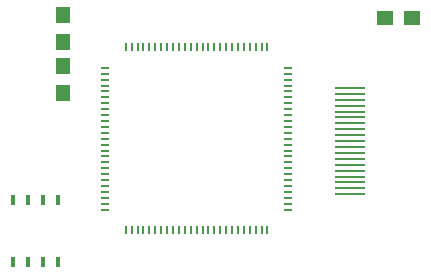
<source format=gbr>
%FSLAX23Y23*%
%MOMM*%
G04 EasyPC Gerber Version 16.0.6 Build 3249 *
%ADD95R,0.21840X0.69840*%
%ADD137R,0.44840X0.89840*%
%ADD80R,1.29540X1.42240*%
%ADD94R,0.69840X0.21840*%
%ADD96R,2.49840X0.24840*%
%ADD79R,1.42240X1.29540*%
X0Y0D02*
D02*
D79*
X37721Y34887D03*
X40007D03*
D02*
D80*
X10414Y28494D03*
Y30780D03*
Y32844D03*
Y35130D03*
D02*
D94*
X14014Y18637D03*
Y19137D03*
Y19637D03*
Y20137D03*
Y20637D03*
Y21137D03*
Y21637D03*
Y22137D03*
Y22637D03*
Y23137D03*
Y23637D03*
Y24137D03*
Y24637D03*
Y25137D03*
Y25637D03*
Y26137D03*
Y26637D03*
Y27137D03*
Y27637D03*
Y28137D03*
Y28637D03*
Y29137D03*
Y29637D03*
Y30137D03*
Y30637D03*
X29514Y18637D03*
Y19137D03*
Y19637D03*
Y20137D03*
Y20637D03*
Y21137D03*
Y21637D03*
Y22137D03*
Y22637D03*
Y23137D03*
Y23637D03*
Y24137D03*
Y24637D03*
Y25137D03*
Y25637D03*
Y26137D03*
Y26637D03*
Y27137D03*
Y27637D03*
Y28137D03*
Y28637D03*
Y29137D03*
Y29637D03*
Y30137D03*
Y30637D03*
D02*
D95*
X15764Y16887D03*
Y32387D03*
X16264Y16887D03*
Y32387D03*
X16764Y16887D03*
Y32387D03*
X17264Y16887D03*
Y32387D03*
X17764Y16887D03*
Y32387D03*
X18264Y16887D03*
Y32387D03*
X18764Y16887D03*
Y32387D03*
X19264Y16887D03*
Y32387D03*
X19764Y16887D03*
Y32387D03*
X20264Y16887D03*
Y32387D03*
X20764Y16887D03*
Y32387D03*
X21264Y16887D03*
Y32387D03*
X21764Y16887D03*
Y32387D03*
X22264Y16887D03*
Y32387D03*
X22764Y16887D03*
Y32387D03*
X23264Y16887D03*
Y32387D03*
X23764Y16887D03*
Y32387D03*
X24264Y16887D03*
Y32387D03*
X24764Y16887D03*
Y32387D03*
X25264Y16887D03*
Y32387D03*
X25764Y16887D03*
Y32387D03*
X26264Y16887D03*
Y32387D03*
X26764Y16887D03*
Y32387D03*
X27264Y16887D03*
Y32387D03*
X27764Y16887D03*
Y32387D03*
D02*
D96*
X34714Y19937D03*
Y20437D03*
Y20937D03*
Y21437D03*
Y21937D03*
Y22437D03*
Y22937D03*
Y23437D03*
Y23937D03*
Y24437D03*
Y24937D03*
Y25437D03*
Y25937D03*
Y26437D03*
Y26937D03*
Y27437D03*
Y27937D03*
Y28437D03*
Y28937D03*
D02*
D137*
X6209Y14187D03*
Y19487D03*
X7478Y14187D03*
Y19487D03*
X8749Y14187D03*
Y19487D03*
X10019Y14187D03*
Y19487D03*
X0Y0D02*
M02*

</source>
